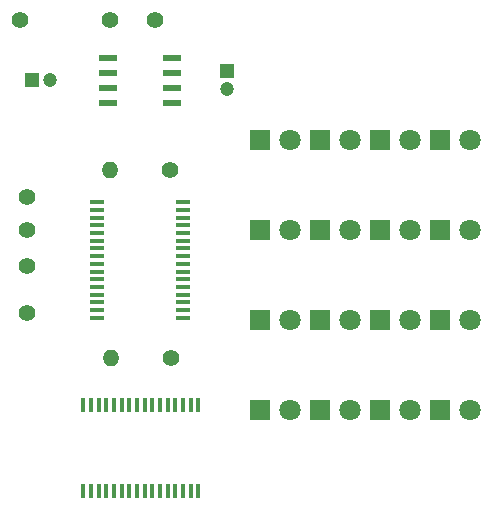
<source format=gbr>
G04 #@! TF.GenerationSoftware,KiCad,Pcbnew,(5.0.1)-3*
G04 #@! TF.CreationDate,2018-10-20T23:17:48-07:00*
G04 #@! TF.ProjectId,ODKB_Board,4F444B425F426F6172642E6B69636164,rev?*
G04 #@! TF.SameCoordinates,Original*
G04 #@! TF.FileFunction,Soldermask,Top*
G04 #@! TF.FilePolarity,Negative*
%FSLAX46Y46*%
G04 Gerber Fmt 4.6, Leading zero omitted, Abs format (unit mm)*
G04 Created by KiCad (PCBNEW (5.0.1)-3) date 10/20/2018 11:17:48 PM*
%MOMM*%
%LPD*%
G01*
G04 APERTURE LIST*
%ADD10R,1.200000X0.400000*%
%ADD11C,1.400000*%
%ADD12C,1.200000*%
%ADD13R,1.200000X1.200000*%
%ADD14R,1.800000X1.800000*%
%ADD15C,1.800000*%
%ADD16O,1.400000X1.400000*%
%ADD17R,1.550000X0.600000*%
%ADD18R,0.400000X1.200000*%
G04 APERTURE END LIST*
D10*
G04 #@! TO.C,U2*
X65118000Y-51513000D03*
X65118000Y-52163000D03*
X65118000Y-52813000D03*
X65118000Y-53463000D03*
X65118000Y-54113000D03*
X65118000Y-54763000D03*
X65118000Y-55413000D03*
X65118000Y-56063000D03*
X65118000Y-56713000D03*
X65118000Y-57363000D03*
X65118000Y-58013000D03*
X65118000Y-58663000D03*
X65118000Y-59313000D03*
X65118000Y-59963000D03*
X65118000Y-60613000D03*
X65118000Y-61263000D03*
X57818000Y-61263000D03*
X57818000Y-60613000D03*
X57818000Y-59963000D03*
X57818000Y-59313000D03*
X57818000Y-58663000D03*
X57818000Y-58013000D03*
X57818000Y-57363000D03*
X57818000Y-56713000D03*
X57818000Y-56063000D03*
X57818000Y-55413000D03*
X57818000Y-54763000D03*
X57818000Y-54113000D03*
X57818000Y-53463000D03*
X57818000Y-52813000D03*
X57818000Y-52163000D03*
X57818000Y-51513000D03*
G04 #@! TD*
D11*
G04 #@! TO.C,J2*
X51308000Y-36068000D03*
G04 #@! TD*
G04 #@! TO.C,J7*
X51943000Y-60833000D03*
G04 #@! TD*
G04 #@! TO.C,J6*
X51943000Y-56896000D03*
G04 #@! TD*
G04 #@! TO.C,J5*
X51943000Y-53848000D03*
G04 #@! TD*
G04 #@! TO.C,J4*
X51943000Y-51054000D03*
G04 #@! TD*
G04 #@! TO.C,J3*
X58928000Y-36068000D03*
G04 #@! TD*
G04 #@! TO.C,J1*
X62738000Y-36068000D03*
G04 #@! TD*
D12*
G04 #@! TO.C,C1*
X53848000Y-41148000D03*
D13*
X52348000Y-41148000D03*
G04 #@! TD*
G04 #@! TO.C,C2*
X68834000Y-40386000D03*
D12*
X68834000Y-41886000D03*
G04 #@! TD*
D14*
G04 #@! TO.C,D1*
X71628000Y-46228000D03*
D15*
X74168000Y-46228000D03*
G04 #@! TD*
G04 #@! TO.C,D2*
X79248000Y-46228000D03*
D14*
X76708000Y-46228000D03*
G04 #@! TD*
D15*
G04 #@! TO.C,D3*
X84328000Y-46228000D03*
D14*
X81788000Y-46228000D03*
G04 #@! TD*
D15*
G04 #@! TO.C,D4*
X89408000Y-46228000D03*
D14*
X86868000Y-46228000D03*
G04 #@! TD*
D15*
G04 #@! TO.C,D5*
X74168000Y-53848000D03*
D14*
X71628000Y-53848000D03*
G04 #@! TD*
G04 #@! TO.C,D6*
X76708000Y-53848000D03*
D15*
X79248000Y-53848000D03*
G04 #@! TD*
D14*
G04 #@! TO.C,D7*
X81788000Y-53848000D03*
D15*
X84328000Y-53848000D03*
G04 #@! TD*
D14*
G04 #@! TO.C,D8*
X86868000Y-53848000D03*
D15*
X89408000Y-53848000D03*
G04 #@! TD*
D14*
G04 #@! TO.C,D9*
X71628000Y-61468000D03*
D15*
X74168000Y-61468000D03*
G04 #@! TD*
G04 #@! TO.C,D10*
X79248000Y-61468000D03*
D14*
X76708000Y-61468000D03*
G04 #@! TD*
D15*
G04 #@! TO.C,D11*
X84328000Y-61468000D03*
D14*
X81788000Y-61468000D03*
G04 #@! TD*
D15*
G04 #@! TO.C,D12*
X89408000Y-61468000D03*
D14*
X86868000Y-61468000D03*
G04 #@! TD*
D15*
G04 #@! TO.C,D13*
X74168000Y-69088000D03*
D14*
X71628000Y-69088000D03*
G04 #@! TD*
G04 #@! TO.C,D14*
X76708000Y-69088000D03*
D15*
X79248000Y-69088000D03*
G04 #@! TD*
D14*
G04 #@! TO.C,D15*
X81788000Y-69088000D03*
D15*
X84328000Y-69088000D03*
G04 #@! TD*
D14*
G04 #@! TO.C,D16*
X86868000Y-69088000D03*
D15*
X89408000Y-69088000D03*
G04 #@! TD*
D16*
G04 #@! TO.C,R1*
X58928000Y-48768000D03*
D11*
X64008000Y-48768000D03*
G04 #@! TD*
G04 #@! TO.C,R2*
X64071005Y-64653839D03*
D16*
X58991005Y-64653839D03*
G04 #@! TD*
D17*
G04 #@! TO.C,U1*
X64168000Y-39243000D03*
X64168000Y-40513000D03*
X64168000Y-41783000D03*
X64168000Y-43053000D03*
X58768000Y-43053000D03*
X58768000Y-41783000D03*
X58768000Y-40513000D03*
X58768000Y-39243000D03*
G04 #@! TD*
D18*
G04 #@! TO.C,U3*
X66406005Y-68623839D03*
X65756005Y-68623839D03*
X65106005Y-68623839D03*
X64456005Y-68623839D03*
X63806005Y-68623839D03*
X63156005Y-68623839D03*
X62506005Y-68623839D03*
X61856005Y-68623839D03*
X61206005Y-68623839D03*
X60556005Y-68623839D03*
X59906005Y-68623839D03*
X59256005Y-68623839D03*
X58606005Y-68623839D03*
X57956005Y-68623839D03*
X57306005Y-68623839D03*
X56656005Y-68623839D03*
X56656005Y-75923839D03*
X57306005Y-75923839D03*
X57956005Y-75923839D03*
X58606005Y-75923839D03*
X59256005Y-75923839D03*
X59906005Y-75923839D03*
X60556005Y-75923839D03*
X61206005Y-75923839D03*
X61856005Y-75923839D03*
X62506005Y-75923839D03*
X63156005Y-75923839D03*
X63806005Y-75923839D03*
X64456005Y-75923839D03*
X65106005Y-75923839D03*
X65756005Y-75923839D03*
X66406005Y-75923839D03*
G04 #@! TD*
M02*

</source>
